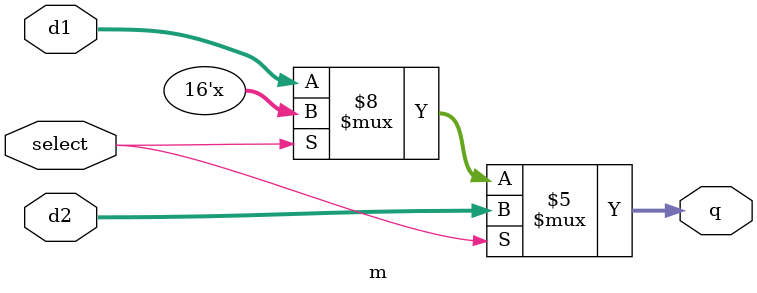
<source format=v>
module m(select,d1,d2,q);

input select;
input [15:0] d1,d2;
output  [15:0] q;
reg [15:0] q;
//wire [1:0] select;
//wire [1:0] d;

always@(select or d1 or d2)
begin
if(select == 0)
q[15:0] = d1;
if(select == 1)
q[15:0] = d2;


//if(select == 2)
//q[1:0] = d;
//if(select == 3)
//q[1:0] = select;
end

endmodule

</source>
